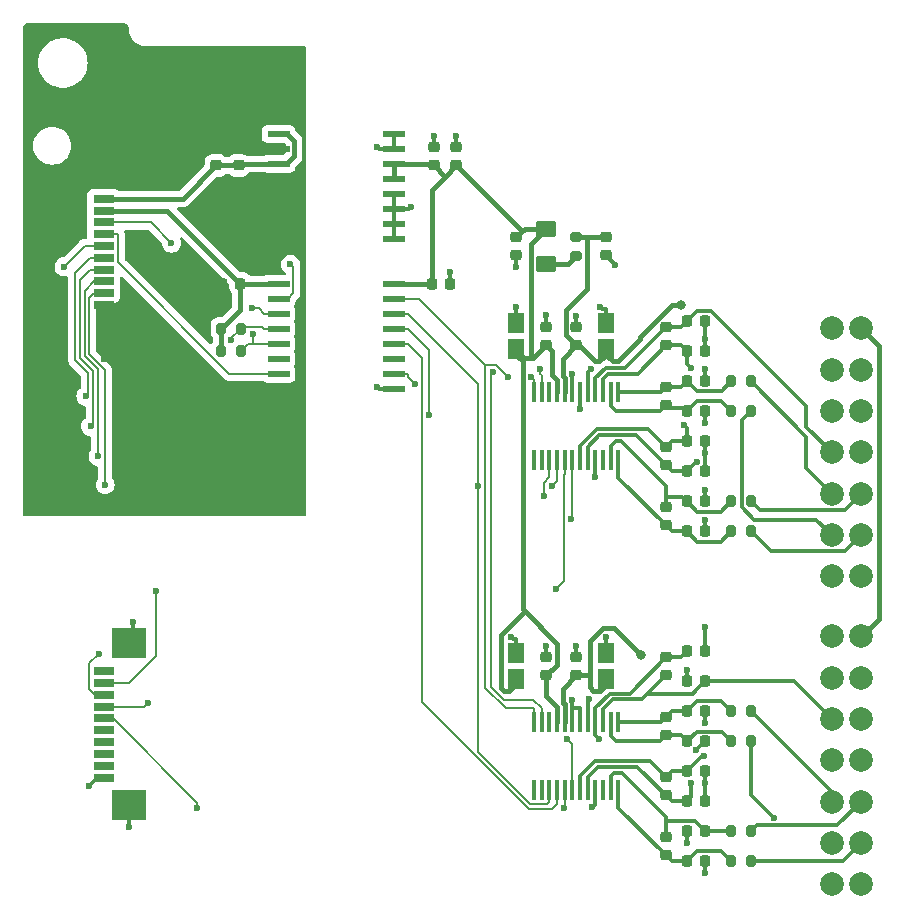
<source format=gbr>
%TF.GenerationSoftware,KiCad,Pcbnew,8.0.7-8.0.7-0~ubuntu24.04.1*%
%TF.CreationDate,2025-01-21T09:02:30+03:00*%
%TF.ProjectId,PM-AI4-W,504d2d41-4934-42d5-972e-6b696361645f,rev?*%
%TF.SameCoordinates,Original*%
%TF.FileFunction,Copper,L1,Top*%
%TF.FilePolarity,Positive*%
%FSLAX46Y46*%
G04 Gerber Fmt 4.6, Leading zero omitted, Abs format (unit mm)*
G04 Created by KiCad (PCBNEW 8.0.7-8.0.7-0~ubuntu24.04.1) date 2025-01-21 09:02:30*
%MOMM*%
%LPD*%
G01*
G04 APERTURE LIST*
G04 Aperture macros list*
%AMRoundRect*
0 Rectangle with rounded corners*
0 $1 Rounding radius*
0 $2 $3 $4 $5 $6 $7 $8 $9 X,Y pos of 4 corners*
0 Add a 4 corners polygon primitive as box body*
4,1,4,$2,$3,$4,$5,$6,$7,$8,$9,$2,$3,0*
0 Add four circle primitives for the rounded corners*
1,1,$1+$1,$2,$3*
1,1,$1+$1,$4,$5*
1,1,$1+$1,$6,$7*
1,1,$1+$1,$8,$9*
0 Add four rect primitives between the rounded corners*
20,1,$1+$1,$2,$3,$4,$5,0*
20,1,$1+$1,$4,$5,$6,$7,0*
20,1,$1+$1,$6,$7,$8,$9,0*
20,1,$1+$1,$8,$9,$2,$3,0*%
G04 Aperture macros list end*
%TA.AperFunction,SMDPad,CuDef*%
%ADD10RoundRect,0.225000X-0.225000X-0.250000X0.225000X-0.250000X0.225000X0.250000X-0.225000X0.250000X0*%
%TD*%
%TA.AperFunction,SMDPad,CuDef*%
%ADD11RoundRect,0.200000X-0.200000X-0.275000X0.200000X-0.275000X0.200000X0.275000X-0.200000X0.275000X0*%
%TD*%
%TA.AperFunction,SMDPad,CuDef*%
%ADD12R,1.397000X1.738275*%
%TD*%
%TA.AperFunction,SMDPad,CuDef*%
%ADD13RoundRect,0.225000X0.250000X-0.225000X0.250000X0.225000X-0.250000X0.225000X-0.250000X-0.225000X0*%
%TD*%
%TA.AperFunction,SMDPad,CuDef*%
%ADD14R,0.355600X1.778000*%
%TD*%
%TA.AperFunction,SMDPad,CuDef*%
%ADD15RoundRect,0.225000X0.225000X0.250000X-0.225000X0.250000X-0.225000X-0.250000X0.225000X-0.250000X0*%
%TD*%
%TA.AperFunction,SMDPad,CuDef*%
%ADD16RoundRect,0.225000X-0.250000X0.225000X-0.250000X-0.225000X0.250000X-0.225000X0.250000X0.225000X0*%
%TD*%
%TA.AperFunction,ComponentPad*%
%ADD17C,2.000000*%
%TD*%
%TA.AperFunction,SMDPad,CuDef*%
%ADD18RoundRect,0.200000X0.275000X-0.200000X0.275000X0.200000X-0.275000X0.200000X-0.275000X-0.200000X0*%
%TD*%
%TA.AperFunction,SMDPad,CuDef*%
%ADD19R,1.803400X0.635000*%
%TD*%
%TA.AperFunction,SMDPad,CuDef*%
%ADD20R,2.997200X2.590800*%
%TD*%
%TA.AperFunction,SMDPad,CuDef*%
%ADD21RoundRect,0.250001X0.624999X-0.462499X0.624999X0.462499X-0.624999X0.462499X-0.624999X-0.462499X0*%
%TD*%
%TA.AperFunction,SMDPad,CuDef*%
%ADD22R,1.854200X0.482600*%
%TD*%
%TA.AperFunction,ViaPad*%
%ADD23C,0.600000*%
%TD*%
%TA.AperFunction,ViaPad*%
%ADD24C,0.800000*%
%TD*%
%TA.AperFunction,Conductor*%
%ADD25C,0.200000*%
%TD*%
%TA.AperFunction,Conductor*%
%ADD26C,0.400000*%
%TD*%
%TA.AperFunction,Conductor*%
%ADD27C,0.300000*%
%TD*%
G04 APERTURE END LIST*
D10*
%TO.P,C33,1*%
%TO.N,/2.SENSE-*%
X6845000Y-3810000D03*
%TO.P,C33,2*%
%TO.N,AGND*%
X8395000Y-3810000D03*
%TD*%
D11*
%TO.P,R4,1*%
%TO.N,/AD_0_AIN1*%
X10605000Y6350000D03*
%TO.P,R4,2*%
%TO.N,/1.SIG-*%
X12255000Y6350000D03*
%TD*%
D12*
%TO.P,C10,1*%
%TO.N,AVDD*%
X0Y-6166663D03*
%TO.P,C10,2*%
%TO.N,AGND*%
X0Y-3993337D03*
%TD*%
D13*
%TO.P,C11,1*%
%TO.N,+5V*%
X-31115000Y37325000D03*
%TO.P,C11,2*%
%TO.N,GND*%
X-31115000Y38875000D03*
%TD*%
D11*
%TO.P,R8,1*%
%TO.N,/AD_1_AIN1*%
X10605000Y-21590000D03*
%TO.P,R8,2*%
%TO.N,/3.SIG-*%
X12255000Y-21590000D03*
%TD*%
D10*
%TO.P,C36,1*%
%TO.N,/3.SENSE-*%
X6845000Y-16510000D03*
%TO.P,C36,2*%
%TO.N,AGND*%
X8395000Y-16510000D03*
%TD*%
D14*
%TO.P,U2,1,MCLK1*%
%TO.N,unconnected-(U2-MCLK1-Pad1)*%
X-6114999Y-15570200D03*
%TO.P,U2,2,MCLK2*%
%TO.N,unconnected-(U2-MCLK2-Pad2)*%
X-5465000Y-15570200D03*
%TO.P,U2,3,SCLK*%
%TO.N,/SCK_ISO*%
X-4815002Y-15570200D03*
%TO.P,U2,4,CS*%
%TO.N,/CS1_ISO*%
X-4165001Y-15570200D03*
%TO.P,U2,5,P3*%
%TO.N,/LED3*%
X-3515002Y-15570200D03*
%TO.P,U2,6,P2*%
%TO.N,/LED2*%
X-2865001Y-15570200D03*
%TO.P,U2,7,P1/REFIN2(+)*%
%TO.N,/3.SENSE+*%
X-2215002Y-15570200D03*
%TO.P,U2,8,P0/REFIN2(-)*%
%TO.N,/3.SENSE-*%
X-1565001Y-15570200D03*
%TO.P,U2,9,NC*%
%TO.N,AGND*%
X-915002Y-15570200D03*
%TO.P,U2,10,AINCOM*%
%TO.N,unconnected-(U2-AINCOM-Pad10)*%
X-265001Y-15570200D03*
%TO.P,U2,11,AIN1*%
%TO.N,/AD_1_AIN0*%
X384998Y-15570200D03*
%TO.P,U2,12,AIN2*%
%TO.N,/AD_1_AIN1*%
X1034999Y-15570200D03*
%TO.P,U2,13,AIN3*%
%TO.N,/AD_1_AIN2*%
X1034999Y-9829800D03*
%TO.P,U2,14,AIN4*%
%TO.N,/AD_1_AIN3*%
X385000Y-9829800D03*
%TO.P,U2,15,REFIN1(+)*%
%TO.N,/2.SENSE+*%
X-265001Y-9829800D03*
%TO.P,U2,16,REFIN1(-)*%
%TO.N,/2.SENSE-*%
X-914999Y-9829800D03*
%TO.P,U2,17,BPDSW*%
%TO.N,/2.EXC-*%
X-1565001Y-9829800D03*
%TO.P,U2,18,AGND*%
%TO.N,AGND*%
X-2214999Y-9829800D03*
%TO.P,U2,19,DGND*%
X-2864998Y-9829800D03*
%TO.P,U2,20,AVDD*%
%TO.N,AVDD*%
X-3514999Y-9829800D03*
%TO.P,U2,21,DVDD*%
%TO.N,+5V_ISO*%
X-4164998Y-9829800D03*
%TO.P,U2,22,SYNC*%
%TO.N,unconnected-(U2-SYNC-Pad22)*%
X-4814999Y-9829800D03*
%TO.P,U2,23,DOUT/RDY*%
%TO.N,/MISO_ISO*%
X-5464998Y-9829800D03*
%TO.P,U2,24,DIN*%
%TO.N,/MOSI_ISO*%
X-6114999Y-9829800D03*
%TD*%
D10*
%TO.P,C15,1*%
%TO.N,/AD_0_AIN3*%
X6845000Y16510000D03*
%TO.P,C15,2*%
%TO.N,AGND*%
X8395000Y16510000D03*
%TD*%
D15*
%TO.P,C13,1*%
%TO.N,AGND*%
X8395000Y19050000D03*
%TO.P,C13,2*%
%TO.N,/AD_0_AIN2*%
X6845000Y19050000D03*
%TD*%
D16*
%TO.P,C40,1*%
%TO.N,AVDD*%
X0Y31255000D03*
%TO.P,C40,2*%
%TO.N,AGND*%
X0Y29705000D03*
%TD*%
D12*
%TO.P,C4,1*%
%TO.N,+5V_ISO*%
X-7620000Y-6166663D03*
%TO.P,C4,2*%
%TO.N,AGND*%
X-7620000Y-3993337D03*
%TD*%
D15*
%TO.P,C34,1*%
%TO.N,AGND*%
X8395000Y-13970000D03*
%TO.P,C34,2*%
%TO.N,/3.SENSE+*%
X6845000Y-13970000D03*
%TD*%
D16*
%TO.P,C29,1*%
%TO.N,/AD_1_AIN0*%
X5080000Y-19545000D03*
%TO.P,C29,2*%
%TO.N,/AD_1_AIN1*%
X5080000Y-21095000D03*
%TD*%
D17*
%TO.P,J4,1,Pin_1*%
%TO.N,AGND*%
X19090000Y2540000D03*
%TO.P,J4,2,Pin_3*%
%TO.N,/0.SIG-*%
X19090000Y6040000D03*
%TO.P,J4,3,3*%
%TO.N,/0.SIG+*%
X19090000Y9540000D03*
%TO.P,J4,4,4*%
%TO.N,/0.SENSE-*%
X19090000Y13040000D03*
%TO.P,J4,5,Pin_9*%
%TO.N,/0.SENSE+*%
X19090000Y16540000D03*
%TO.P,J4,6,Pin_9*%
%TO.N,/0.EXC-*%
X19090000Y20040000D03*
%TO.P,J4,7,Pin_9*%
%TO.N,AVDD*%
X19090000Y23540000D03*
%TO.P,J4,8,Pin_2*%
%TO.N,AGND*%
X21590000Y2540000D03*
%TO.P,J4,9,Pin_4*%
%TO.N,/1.SIG-*%
X21590000Y6040000D03*
%TO.P,J4,10,Pin_6*%
%TO.N,/1.SIG+*%
X21590000Y9540000D03*
%TO.P,J4,11,Pin_8*%
%TO.N,/1.SENSE-*%
X21590000Y13040000D03*
%TO.P,J4,12,Pin_10*%
%TO.N,/1.SENSE+*%
X21590000Y16540000D03*
%TO.P,J4,13,Pin_10*%
%TO.N,/0.EXC-*%
X21590000Y20040000D03*
%TO.P,J4,14,Pin_10*%
%TO.N,AVDD*%
X21590000Y23540000D03*
%TD*%
D16*
%TO.P,C14,1*%
%TO.N,/AD_0_AIN2*%
X5080000Y18555000D03*
%TO.P,C14,2*%
%TO.N,/AD_0_AIN3*%
X5080000Y17005000D03*
%TD*%
D15*
%TO.P,C19,1*%
%TO.N,AGND*%
X8395000Y21590000D03*
%TO.P,C19,2*%
%TO.N,/0.SENSE+*%
X6845000Y21590000D03*
%TD*%
D16*
%TO.P,C17,1*%
%TO.N,/AD_0_AIN0*%
X5080000Y8395000D03*
%TO.P,C17,2*%
%TO.N,/AD_0_AIN1*%
X5080000Y6845000D03*
%TD*%
D13*
%TO.P,C32,1*%
%TO.N,/2.SENSE+*%
X5080000Y-5855000D03*
%TO.P,C32,2*%
%TO.N,/2.SENSE-*%
X5080000Y-4305000D03*
%TD*%
D16*
%TO.P,C23,1*%
%TO.N,/1.SENSE+*%
X5080000Y13475000D03*
%TO.P,C23,2*%
%TO.N,/1.SENSE-*%
X5080000Y11925000D03*
%TD*%
D10*
%TO.P,C21,1*%
%TO.N,/0.SENSE-*%
X6845000Y24130000D03*
%TO.P,C21,2*%
%TO.N,AGND*%
X8395000Y24130000D03*
%TD*%
D18*
%TO.P,R9,1*%
%TO.N,Net-(L1-Pad1)*%
X-2540000Y29655000D03*
%TO.P,R9,2*%
%TO.N,AVDD*%
X-2540000Y31305000D03*
%TD*%
D15*
%TO.P,C25,1*%
%TO.N,AGND*%
X8395000Y-8890000D03*
%TO.P,C25,2*%
%TO.N,/AD_1_AIN2*%
X6845000Y-8890000D03*
%TD*%
D11*
%TO.P,R1,1*%
%TO.N,/AD_0_AIN2*%
X10605000Y19050000D03*
%TO.P,R1,2*%
%TO.N,/0.SIG+*%
X12255000Y19050000D03*
%TD*%
D16*
%TO.P,C35,1*%
%TO.N,/3.SENSE+*%
X5080000Y-14465000D03*
%TO.P,C35,2*%
%TO.N,/3.SENSE-*%
X5080000Y-16015000D03*
%TD*%
D15*
%TO.P,C16,1*%
%TO.N,AGND*%
X8395000Y8890000D03*
%TO.P,C16,2*%
%TO.N,/AD_0_AIN0*%
X6845000Y8890000D03*
%TD*%
D14*
%TO.P,U1,1,MCLK1*%
%TO.N,unconnected-(U1-MCLK1-Pad1)*%
X-6114999Y12369800D03*
%TO.P,U1,2,MCLK2*%
%TO.N,unconnected-(U1-MCLK2-Pad2)*%
X-5465000Y12369800D03*
%TO.P,U1,3,SCLK*%
%TO.N,/SCK_ISO*%
X-4815002Y12369800D03*
%TO.P,U1,4,CS*%
%TO.N,/CS0_ISO*%
X-4165001Y12369800D03*
%TO.P,U1,5,P3*%
%TO.N,/LED1*%
X-3515002Y12369800D03*
%TO.P,U1,6,P2*%
%TO.N,/LED0*%
X-2865001Y12369800D03*
%TO.P,U1,7,P1/REFIN2(+)*%
%TO.N,/1.SENSE+*%
X-2215002Y12369800D03*
%TO.P,U1,8,P0/REFIN2(-)*%
%TO.N,/1.SENSE-*%
X-1565001Y12369800D03*
%TO.P,U1,9,NC*%
%TO.N,AGND*%
X-915002Y12369800D03*
%TO.P,U1,10,AINCOM*%
%TO.N,unconnected-(U1-AINCOM-Pad10)*%
X-265001Y12369800D03*
%TO.P,U1,11,AIN1*%
%TO.N,/AD_0_AIN0*%
X384998Y12369800D03*
%TO.P,U1,12,AIN2*%
%TO.N,/AD_0_AIN1*%
X1034999Y12369800D03*
%TO.P,U1,13,AIN3*%
%TO.N,/AD_0_AIN2*%
X1034999Y18110200D03*
%TO.P,U1,14,AIN4*%
%TO.N,/AD_0_AIN3*%
X385000Y18110200D03*
%TO.P,U1,15,REFIN1(+)*%
%TO.N,/0.SENSE+*%
X-265001Y18110200D03*
%TO.P,U1,16,REFIN1(-)*%
%TO.N,/0.SENSE-*%
X-914999Y18110200D03*
%TO.P,U1,17,BPDSW*%
%TO.N,/0.EXC-*%
X-1565001Y18110200D03*
%TO.P,U1,18,AGND*%
%TO.N,AGND*%
X-2214999Y18110200D03*
%TO.P,U1,19,DGND*%
X-2864998Y18110200D03*
%TO.P,U1,20,AVDD*%
%TO.N,AVDD*%
X-3514999Y18110200D03*
%TO.P,U1,21,DVDD*%
%TO.N,+5V_ISO*%
X-4164998Y18110200D03*
%TO.P,U1,22,SYNC*%
%TO.N,unconnected-(U1-SYNC-Pad22)*%
X-4814999Y18110200D03*
%TO.P,U1,23,DOUT/RDY*%
%TO.N,/MISO_ISO*%
X-5464998Y18110200D03*
%TO.P,U1,24,DIN*%
%TO.N,/MOSI_ISO*%
X-6114999Y18110200D03*
%TD*%
D13*
%TO.P,C2,1*%
%TO.N,+5V_ISO*%
X-5080000Y-5855000D03*
%TO.P,C2,2*%
%TO.N,AGND*%
X-5080000Y-4305000D03*
%TD*%
%TO.P,C1,1*%
%TO.N,+5V_ISO*%
X-5080000Y22085000D03*
%TO.P,C1,2*%
%TO.N,AGND*%
X-5080000Y23635000D03*
%TD*%
D19*
%TO.P,J1,1,Pin_1*%
%TO.N,AGND*%
X-42556000Y-14499991D03*
%TO.P,J1,2,Pin_2*%
%TO.N,unconnected-(J1-Pin_2-Pad2)*%
X-42556000Y-13499993D03*
%TO.P,J1,3,Pin_3*%
%TO.N,unconnected-(J1-Pin_3-Pad3)*%
X-42556000Y-12499995D03*
%TO.P,J1,4,Pin_4*%
%TO.N,unconnected-(J1-Pin_4-Pad4)*%
X-42556000Y-11499997D03*
%TO.P,J1,5,Pin_5*%
%TO.N,unconnected-(J1-Pin_5-Pad5)*%
X-42556000Y-10499999D03*
%TO.P,J1,6,Pin_6*%
%TO.N,/LED3*%
X-42556000Y-9500001D03*
%TO.P,J1,7,Pin_7*%
%TO.N,/LED2*%
X-42556000Y-8500003D03*
%TO.P,J1,8,Pin_8*%
%TO.N,/LED1*%
X-42556000Y-7500005D03*
%TO.P,J1,9,Pin_9*%
%TO.N,/LED0*%
X-42556000Y-6500007D03*
%TO.P,J1,10,Pin_10*%
%TO.N,unconnected-(J1-Pin_10-Pad10)*%
X-42556000Y-5500009D03*
D20*
%TO.P,J1,11,Pin_11*%
%TO.N,AGND*%
X-40385999Y-16850002D03*
X-40385999Y-3149998D03*
%TD*%
D10*
%TO.P,C31,1*%
%TO.N,AGND*%
X6845000Y-6350000D03*
%TO.P,C31,2*%
%TO.N,/2.SENSE+*%
X8395000Y-6350000D03*
%TD*%
D11*
%TO.P,R10,1*%
%TO.N,+3.3V*%
X-32575000Y23495000D03*
%TO.P,R10,2*%
%TO.N,Net-(JP1-B)*%
X-30925000Y23495000D03*
%TD*%
D13*
%TO.P,C38,1*%
%TO.N,+5V_ISO*%
X-14605000Y37325000D03*
%TO.P,C38,2*%
%TO.N,AGND*%
X-14605000Y38875000D03*
%TD*%
D21*
%TO.P,L1,1*%
%TO.N,Net-(L1-Pad1)*%
X-5080000Y28992500D03*
%TO.P,L1,2*%
%TO.N,+5V_ISO*%
X-5080000Y31967500D03*
%TD*%
D17*
%TO.P,J5,1,Pin_1*%
%TO.N,AGND*%
X19090000Y-23540000D03*
%TO.P,J5,2,Pin_3*%
%TO.N,/2.SIG-*%
X19090000Y-20040000D03*
%TO.P,J5,3,3*%
%TO.N,/2.SIG+*%
X19090000Y-16540000D03*
%TO.P,J5,4,4*%
%TO.N,/2.SENSE-*%
X19090000Y-13040000D03*
%TO.P,J5,5,Pin_9*%
%TO.N,/2.SENSE+*%
X19090000Y-9540000D03*
%TO.P,J5,6,Pin_9*%
%TO.N,/2.EXC-*%
X19090000Y-6040000D03*
%TO.P,J5,7,Pin_9*%
%TO.N,AVDD*%
X19090000Y-2540000D03*
%TO.P,J5,8,Pin_2*%
%TO.N,AGND*%
X21590000Y-23540000D03*
%TO.P,J5,9,Pin_4*%
%TO.N,/3.SIG-*%
X21590000Y-20040000D03*
%TO.P,J5,10,Pin_6*%
%TO.N,/3.SIG+*%
X21590000Y-16540000D03*
%TO.P,J5,11,Pin_8*%
%TO.N,/3.SENSE-*%
X21590000Y-13040000D03*
%TO.P,J5,12,Pin_10*%
%TO.N,/3.SENSE+*%
X21590000Y-9540000D03*
%TO.P,J5,13,Pin_10*%
%TO.N,/2.EXC-*%
X21590000Y-6040000D03*
%TO.P,J5,14,Pin_10*%
%TO.N,AVDD*%
X21590000Y-2540000D03*
%TD*%
D13*
%TO.P,C12,1*%
%TO.N,+5V*%
X-33020000Y37325000D03*
%TO.P,C12,2*%
%TO.N,GND*%
X-33020000Y38875000D03*
%TD*%
D11*
%TO.P,R11,1*%
%TO.N,+3.3V*%
X-32575000Y21590000D03*
%TO.P,R11,2*%
%TO.N,Net-(JP5-B)*%
X-30925000Y21590000D03*
%TD*%
D12*
%TO.P,C3,1*%
%TO.N,+5V_ISO*%
X-7620000Y21773337D03*
%TO.P,C3,2*%
%TO.N,AGND*%
X-7620000Y23946663D03*
%TD*%
D10*
%TO.P,C27,1*%
%TO.N,/AD_1_AIN3*%
X6845000Y-11430000D03*
%TO.P,C27,2*%
%TO.N,AGND*%
X8395000Y-11430000D03*
%TD*%
D15*
%TO.P,C22,1*%
%TO.N,AGND*%
X8395000Y13970000D03*
%TO.P,C22,2*%
%TO.N,/1.SENSE+*%
X6845000Y13970000D03*
%TD*%
D13*
%TO.P,C37,1*%
%TO.N,+5V_ISO*%
X-12700000Y37325000D03*
%TO.P,C37,2*%
%TO.N,AGND*%
X-12700000Y38875000D03*
%TD*%
D16*
%TO.P,C26,1*%
%TO.N,/AD_1_AIN2*%
X5080000Y-9385000D03*
%TO.P,C26,2*%
%TO.N,/AD_1_AIN3*%
X5080000Y-10935000D03*
%TD*%
D10*
%TO.P,C28,1*%
%TO.N,AGND*%
X6845000Y-19050000D03*
%TO.P,C28,2*%
%TO.N,/AD_1_AIN0*%
X8395000Y-19050000D03*
%TD*%
D16*
%TO.P,C39,1*%
%TO.N,+5V_ISO*%
X-7620000Y31255000D03*
%TO.P,C39,2*%
%TO.N,AGND*%
X-7620000Y29705000D03*
%TD*%
D19*
%TO.P,J2,1,Pin_1*%
%TO.N,GND*%
X-42556000Y25500009D03*
%TO.P,J2,2,Pin_2*%
%TO.N,/CS3*%
X-42556000Y26500007D03*
%TO.P,J2,3,Pin_3*%
%TO.N,/CS2*%
X-42556000Y27500005D03*
%TO.P,J2,4,Pin_4*%
%TO.N,/CS1*%
X-42556000Y28500003D03*
%TO.P,J2,5,Pin_5*%
%TO.N,/CS0*%
X-42556000Y29500001D03*
%TO.P,J2,6,Pin_6*%
%TO.N,/SCK*%
X-42556000Y30499999D03*
%TO.P,J2,7,Pin_7*%
%TO.N,/MISO*%
X-42556000Y31499997D03*
%TO.P,J2,8,Pin_8*%
%TO.N,/MOSI*%
X-42556000Y32499995D03*
%TO.P,J2,9,Pin_9*%
%TO.N,+3.3V*%
X-42556000Y33499993D03*
%TO.P,J2,10,Pin_10*%
%TO.N,+5V*%
X-42556000Y34499991D03*
D20*
%TO.P,J2,11,Pin_11*%
%TO.N,GND*%
X-40385999Y23149998D03*
X-40385999Y36850002D03*
%TD*%
D13*
%TO.P,C8,1*%
%TO.N,AVDD*%
X-2540000Y-5855000D03*
%TO.P,C8,2*%
%TO.N,AGND*%
X-2540000Y-4305000D03*
%TD*%
D22*
%TO.P,U3,1,VDDA*%
%TO.N,+3.3V*%
X-27736800Y27305000D03*
%TO.P,U3,2,VI1*%
%TO.N,/MOSI*%
X-27736800Y26035000D03*
%TO.P,U3,3,VI2*%
%TO.N,/SCK*%
X-27736800Y24765000D03*
%TO.P,U3,4,VI3*%
%TO.N,Net-(JP1-B)*%
X-27736800Y23495000D03*
%TO.P,U3,5,VI4*%
%TO.N,Net-(JP5-B)*%
X-27736800Y22225000D03*
%TO.P,U3,6,VI5*%
%TO.N,unconnected-(U3-VI5-Pad6)*%
X-27736800Y20955000D03*
%TO.P,U3,7,VO6*%
%TO.N,/MISO*%
X-27736800Y19685000D03*
%TO.P,U3,8,GNDA*%
%TO.N,GND*%
X-27736800Y18415000D03*
%TO.P,U3,9,GNDB*%
%TO.N,AGND*%
X-17983200Y18415000D03*
%TO.P,U3,10,VI6*%
%TO.N,/MISO_ISO*%
X-17983200Y19685000D03*
%TO.P,U3,11,V05*%
%TO.N,unconnected-(U3-V05-Pad11)*%
X-17983200Y20955000D03*
%TO.P,U3,12,V04*%
%TO.N,/CS1_ISO*%
X-17983200Y22225000D03*
%TO.P,U3,13,VO3*%
%TO.N,/CS0_ISO*%
X-17983200Y23495000D03*
%TO.P,U3,14,VO2*%
%TO.N,/SCK_ISO*%
X-17983200Y24765000D03*
%TO.P,U3,15,VO1*%
%TO.N,/MOSI_ISO*%
X-17983200Y26035000D03*
%TO.P,U3,16,VDDB*%
%TO.N,+5V_ISO*%
X-17983200Y27305000D03*
%TD*%
D10*
%TO.P,C24,1*%
%TO.N,/1.SENSE-*%
X6845000Y11430000D03*
%TO.P,C24,2*%
%TO.N,AGND*%
X8395000Y11430000D03*
%TD*%
D13*
%TO.P,C7,1*%
%TO.N,AVDD*%
X-2540000Y22085000D03*
%TO.P,C7,2*%
%TO.N,AGND*%
X-2540000Y23635000D03*
%TD*%
D11*
%TO.P,R6,1*%
%TO.N,/AD_1_AIN3*%
X10605000Y-11430000D03*
%TO.P,R6,2*%
%TO.N,/2.SIG-*%
X12255000Y-11430000D03*
%TD*%
D13*
%TO.P,C20,1*%
%TO.N,/0.SENSE+*%
X5080000Y22085000D03*
%TO.P,C20,2*%
%TO.N,/0.SENSE-*%
X5080000Y23635000D03*
%TD*%
D10*
%TO.P,C30,1*%
%TO.N,/AD_1_AIN1*%
X6845000Y-21590000D03*
%TO.P,C30,2*%
%TO.N,AGND*%
X8395000Y-21590000D03*
%TD*%
D11*
%TO.P,R2,1*%
%TO.N,/AD_0_AIN3*%
X10605000Y16510000D03*
%TO.P,R2,2*%
%TO.N,/0.SIG-*%
X12255000Y16510000D03*
%TD*%
D10*
%TO.P,C18,1*%
%TO.N,/AD_0_AIN1*%
X6845000Y6350000D03*
%TO.P,C18,2*%
%TO.N,AGND*%
X8395000Y6350000D03*
%TD*%
D11*
%TO.P,R5,1*%
%TO.N,/AD_1_AIN2*%
X10605000Y-8890000D03*
%TO.P,R5,2*%
%TO.N,/2.SIG+*%
X12255000Y-8890000D03*
%TD*%
D12*
%TO.P,C9,1*%
%TO.N,AVDD*%
X0Y21773337D03*
%TO.P,C9,2*%
%TO.N,AGND*%
X0Y23946663D03*
%TD*%
D10*
%TO.P,C6,1*%
%TO.N,+5V_ISO*%
X-14745000Y27305000D03*
%TO.P,C6,2*%
%TO.N,AGND*%
X-13195000Y27305000D03*
%TD*%
D22*
%TO.P,U4,1,EN*%
%TO.N,+5V*%
X-27736800Y40005000D03*
%TO.P,U4,2,GNDP*%
%TO.N,GND*%
X-27736800Y38735000D03*
%TO.P,U4,3,VINP*%
%TO.N,+5V*%
X-27736800Y37465000D03*
%TO.P,U4,4,NC*%
%TO.N,GND*%
X-27736800Y36195000D03*
%TO.P,U4,5,NC*%
X-27736800Y34925000D03*
%TO.P,U4,6,NC*%
X-27736800Y33655000D03*
%TO.P,U4,7,NC*%
X-27736800Y32385000D03*
%TO.P,U4,8,NC*%
X-27736800Y31115000D03*
%TO.P,U4,9,GNDS*%
%TO.N,AGND*%
X-17983200Y31115000D03*
%TO.P,U4,10,NC*%
X-17983200Y32385000D03*
%TO.P,U4,11,NC*%
X-17983200Y33655000D03*
%TO.P,U4,12,NC*%
X-17983200Y34925000D03*
%TO.P,U4,13,SEL*%
%TO.N,+5V_ISO*%
X-17983200Y36195000D03*
%TO.P,U4,14,VISO*%
X-17983200Y37465000D03*
%TO.P,U4,15,GNDS*%
%TO.N,AGND*%
X-17983200Y38735000D03*
%TO.P,U4,16,GNDS*%
X-17983200Y40005000D03*
%TD*%
D15*
%TO.P,C5,1*%
%TO.N,+3.3V*%
X-30975000Y27305000D03*
%TO.P,C5,2*%
%TO.N,GND*%
X-32525000Y27305000D03*
%TD*%
D11*
%TO.P,R3,1*%
%TO.N,/AD_0_AIN0*%
X10605000Y8890000D03*
%TO.P,R3,2*%
%TO.N,/1.SIG+*%
X12255000Y8890000D03*
%TD*%
%TO.P,R7,1*%
%TO.N,/AD_1_AIN0*%
X10605000Y-19050000D03*
%TO.P,R7,2*%
%TO.N,/3.SIG+*%
X12255000Y-19050000D03*
%TD*%
D23*
%TO.N,/MOSI*%
X-36806700Y30742800D03*
X-26726600Y28942900D03*
%TO.N,GND*%
X-42545000Y20955000D03*
X-38100000Y38100000D03*
X-42545000Y38100000D03*
X-42545000Y36195000D03*
X-38100000Y36195000D03*
X-40005000Y20955000D03*
X-34290000Y26035000D03*
X-42545000Y22225000D03*
X-40640000Y25400000D03*
X-32385000Y26035000D03*
X-41275000Y20955000D03*
X-34290000Y27305000D03*
X-42545000Y24130000D03*
%TO.N,/SCK_ISO*%
X-10825200Y10218200D03*
X-5277800Y9338800D03*
%TO.N,AGND*%
X-40025400Y-1323000D03*
X-534700Y25331700D03*
X-915000Y10975400D03*
X7622300Y-12202700D03*
X-5080000Y-3333700D03*
X8395000Y7346400D03*
X-2540000Y24602700D03*
X-5080000Y24644500D03*
X6845000Y-5359600D03*
X-8018600Y-2607800D03*
X-14605000Y39839100D03*
X-19420400Y18573400D03*
X8395000Y-9886700D03*
X8395000Y22612800D03*
X-2540000Y-3329000D03*
X-2865000Y19705500D03*
X-19427600Y38900600D03*
X8395000Y20057400D03*
X8395000Y-14948400D03*
X8395000Y-1786300D03*
X782800Y28922200D03*
X6845000Y-20056900D03*
X-7620000Y25364800D03*
X-7620000Y28747300D03*
X-43809400Y-15176500D03*
X-2865000Y-7956500D03*
X8395000Y-22592500D03*
X-2215000Y16672700D03*
X-13195000Y28298000D03*
X8395000Y12961100D03*
X-16535200Y33824200D03*
X8395000Y15505700D03*
X8395000Y9887500D03*
X-12700000Y39849800D03*
X-100Y-2580600D03*
X-40386000Y-18657500D03*
X-1193400Y-16992500D03*
D24*
%TO.N,AVDD*%
X6354600Y25481400D03*
X2922100Y-4107000D03*
D23*
%TO.N,/MOSI_ISO*%
X-8290500Y19395500D03*
X-6371500Y19431000D03*
%TO.N,/MISO_ISO*%
X-9606400Y19794700D03*
X-16151800Y18827300D03*
X-5588000Y20065600D03*
%TO.N,/SCK*%
X-30017000Y25221000D03*
X-45895800Y28748500D03*
%TO.N,/CS2*%
X-43018000Y12700000D03*
%TO.N,/CS3*%
X-42418000Y10287000D03*
%TO.N,/0.SENSE+*%
X7196000Y20172700D03*
%TO.N,/0.EXC-*%
X-1311500Y20088100D03*
%TO.N,/1.SENSE+*%
X6602100Y15370300D03*
%TO.N,/1.SENSE-*%
X7668800Y12218000D03*
%TO.N,/2.EXC-*%
X-1439600Y-7890300D03*
%TO.N,/2.SIG-*%
X14175500Y-17893400D03*
%TO.N,/2.SENSE-*%
X-576100Y-11241600D03*
%TO.N,/3.SENSE+*%
X8278000Y-12700000D03*
%TO.N,/3.SENSE-*%
X7196000Y-14964100D03*
%TO.N,/CS0_ISO*%
X-14981100Y16177000D03*
X-4584500Y10153500D03*
%TO.N,/CS0*%
X-44053000Y17780000D03*
%TO.N,/CS1*%
X-43653000Y15240000D03*
%TO.N,/LED1*%
X-4258800Y1469800D03*
X-42979300Y-4061600D03*
%TO.N,/LED2*%
X-38804600Y-8172000D03*
X-3289600Y-11241600D03*
%TO.N,/LED3*%
X-3574800Y-17054200D03*
X-34602100Y-17053000D03*
%TO.N,/LED0*%
X-3003500Y7353400D03*
X-38153300Y1270200D03*
%TO.N,Net-(JP1-B)*%
X-31722600Y22515100D03*
%TO.N,Net-(JP5-B)*%
X-29935700Y23063300D03*
%TD*%
D25*
%TO.N,/SCK_ISO*%
X-4815000Y-15570200D02*
X-4815000Y-16587000D01*
X-4815000Y-16587000D02*
X-4987200Y-16759200D01*
X-4987200Y-16759200D02*
X-5500000Y-16759200D01*
X-5500000Y-16759200D02*
X-5500000Y-16760900D01*
X-5500000Y-16760900D02*
X-6427500Y-16760900D01*
X-6427500Y-16760900D02*
X-10825200Y-12363200D01*
X-10825200Y-12363200D02*
X-10825200Y10218200D01*
D26*
%TO.N,+5V_ISO*%
X-4165000Y18110200D02*
X-4165000Y19162500D01*
X-4165000Y19162500D02*
X-4600000Y19597500D01*
X-4600000Y19597500D02*
X-4600000Y21605000D01*
X-4600000Y21605000D02*
X-5080000Y22085000D01*
X-6156000Y21009000D02*
X-6322600Y21175600D01*
X-6322600Y21175600D02*
X-6322600Y25182400D01*
X-6322600Y25182400D02*
X-6376000Y25235800D01*
X-6376000Y30671500D02*
X-5080000Y31967500D01*
X-6376000Y25235800D02*
X-6376000Y30671500D01*
X-7620000Y21773337D02*
X-7620000Y21675456D01*
X-7620000Y21675456D02*
X-6953544Y21009000D01*
X-6953544Y21009000D02*
X-6156000Y21009000D01*
X-6156000Y21009000D02*
X-5080000Y22085000D01*
D27*
%TO.N,AGND*%
X-40025400Y-1323000D02*
X-40025400Y-2789399D01*
X-40025400Y-2789399D02*
X-40385999Y-3149998D01*
D25*
%TO.N,/LED1*%
X-42556000Y-7500000D02*
X-42556005Y-7500005D01*
X-42556005Y-7500005D02*
X-43259395Y-7500005D01*
X-43259395Y-7500005D02*
X-43759400Y-7000000D01*
X-43759400Y-7000000D02*
X-43759400Y-4841700D01*
X-43759400Y-4841700D02*
X-42979300Y-4061600D01*
D27*
%TO.N,AGND*%
X-43809400Y-15176500D02*
X-43132891Y-14499991D01*
X-43132891Y-14499991D02*
X-42556000Y-14499991D01*
X-42556000Y-14499991D02*
X-42556000Y-14500000D01*
D25*
%TO.N,/LED3*%
X-42556000Y-9500000D02*
X-41736799Y-9500000D01*
X-41736799Y-9500000D02*
X-34602100Y-16634699D01*
X-34602100Y-16634699D02*
X-34602100Y-17053000D01*
D27*
%TO.N,AGND*%
X-17983200Y33655000D02*
X-16704400Y33655000D01*
X-16704400Y33655000D02*
X-16535200Y33824200D01*
X-17983200Y34925000D02*
X-17983200Y31115000D01*
D25*
%TO.N,/MOSI*%
X-27736800Y26035000D02*
X-26965000Y26035000D01*
X-26509700Y26490300D02*
X-26509700Y28726000D01*
X-26509700Y28726000D02*
X-26726600Y28942900D01*
X-26965000Y26035000D02*
X-26509700Y26490300D01*
D26*
%TO.N,+5V_ISO*%
X-17983200Y37465000D02*
X-14745000Y37465000D01*
X-14745000Y37465000D02*
X-14605000Y37325000D01*
X-17983200Y37325000D02*
X-17983200Y36195000D01*
D27*
%TO.N,AGND*%
X-17983200Y38735000D02*
X-17983200Y40005000D01*
D26*
%TO.N,+5V*%
X-27736800Y40005000D02*
X-27038400Y40005000D01*
X-27038400Y40005000D02*
X-26409700Y39376300D01*
X-26409700Y39376300D02*
X-26409700Y38140300D01*
X-26409700Y38140300D02*
X-27085000Y37465000D01*
X-27085000Y37465000D02*
X-27736800Y37465000D01*
%TO.N,+5V_ISO*%
X-17983200Y27305000D02*
X-14745000Y27305000D01*
X-7071500Y20765600D02*
X-7620000Y21314100D01*
X-6909100Y-433500D02*
X-8900700Y-2425100D01*
X-7620000Y-6568300D02*
X-7620000Y-6166700D01*
X-7620000Y21314100D02*
X-7620000Y21773300D01*
X-14605000Y37325000D02*
X-13652500Y36372500D01*
X-4165000Y-8499500D02*
X-5080000Y-7584500D01*
X-7071500Y-271100D02*
X-6909100Y-433500D01*
X-4165000Y-9829800D02*
X-4165000Y-8499500D01*
X-14745000Y35280000D02*
X-14745000Y27305000D01*
X-8900700Y-6912800D02*
X-8655200Y-7158300D01*
X-6909100Y-433500D02*
X-4173200Y-3169400D01*
X-7071500Y20765600D02*
X-7071500Y-271100D01*
X-8655200Y-7158300D02*
X-8210000Y-7158300D01*
X-7125000Y31750000D02*
X-12700000Y37325000D01*
X-12700000Y37325000D02*
X-13652500Y36372500D01*
X-8900700Y-2425100D02*
X-8900700Y-6912800D01*
X-4173200Y-4948200D02*
X-5080000Y-5855000D01*
X-13652500Y36372500D02*
X-14745000Y35280000D01*
X-7620000Y31255000D02*
X-7125000Y31750000D01*
X-7125000Y31750000D02*
X-6907500Y31967500D01*
X-6907500Y31967500D02*
X-5080000Y31967500D01*
X-4173200Y-3169400D02*
X-4173200Y-4948200D01*
X-5080000Y-7584500D02*
X-5080000Y-5855000D01*
X-8210000Y-7158300D02*
X-7620000Y-6568300D01*
D25*
%TO.N,/MOSI*%
X-38563900Y32500000D02*
X-42556000Y32500000D01*
X-36806700Y30742800D02*
X-38563900Y32500000D01*
%TO.N,/MISO*%
X-42556000Y31500000D02*
X-41352600Y31500000D01*
X-41352600Y29139300D02*
X-41352600Y31500000D01*
X-27736800Y19685000D02*
X-31898300Y19685000D01*
X-31898300Y19685000D02*
X-41352600Y29139300D01*
%TO.N,/SCK_ISO*%
X-17983200Y24765000D02*
X-16754400Y24765000D01*
X-10825200Y10218200D02*
X-10825200Y18835800D01*
X-10825200Y18835800D02*
X-16754400Y24765000D01*
X-5277700Y10463000D02*
X-5277700Y9338800D01*
X-5277700Y9338800D02*
X-5277800Y9338800D01*
X-4815000Y10925700D02*
X-5277700Y10463000D01*
X-4815000Y12369800D02*
X-4815000Y10925700D01*
D27*
%TO.N,AGND*%
X8395000Y-21590000D02*
X8395000Y-22592500D01*
X6845000Y-19050000D02*
X6845000Y-20056900D01*
X-2865000Y-9829800D02*
X-2865000Y-8589100D01*
X782800Y28922200D02*
X0Y29705000D01*
X6845000Y-5359600D02*
X6845000Y-6350000D01*
X7622300Y-12202700D02*
X8395000Y-11430000D01*
X8395000Y12961100D02*
X8395000Y13970000D01*
X8395000Y-14948400D02*
X8395000Y-16510000D01*
X8395000Y19050000D02*
X8395000Y20057400D01*
X-40386000Y-16850000D02*
X-40386000Y-18657500D01*
X8395000Y8890000D02*
X8395000Y9887500D01*
X-5080000Y-3333700D02*
X-5080000Y-4305000D01*
X-1011800Y-16810900D02*
X-915000Y-16810900D01*
X8395000Y16510000D02*
X8395000Y15505700D01*
X0Y23946700D02*
X0Y25167500D01*
X-7853900Y-2772500D02*
X-7620000Y-2772500D01*
X8395000Y-8890000D02*
X8395000Y-9886700D01*
X-7620000Y-3993300D02*
X-7620000Y-2772500D01*
X-2540000Y23635000D02*
X-2540000Y24602700D01*
X-2865000Y19705500D02*
X-2865000Y18110200D01*
X-100Y-2772500D02*
X0Y-2772500D01*
X-13195000Y28298000D02*
X-13195000Y27305000D01*
X8395000Y6350000D02*
X8395000Y7346400D01*
X-12700000Y39849800D02*
X-12700000Y38875000D01*
X-2540000Y-3329000D02*
X-2540000Y-4305000D01*
X-915000Y10975400D02*
X-915000Y12369800D01*
X8395000Y12961100D02*
X8395000Y11430000D01*
X-2215000Y16672700D02*
X-2215000Y18110200D01*
X-8018600Y-2607800D02*
X-7853900Y-2772500D01*
X-370500Y25167500D02*
X0Y25167500D01*
X-2215000Y-9829800D02*
X-2215000Y-8589100D01*
X-7620000Y25364800D02*
X-7620000Y23946700D01*
X-17983200Y18415000D02*
X-19262000Y18415000D01*
X8395000Y-1786300D02*
X8395000Y-3810000D01*
X-14605000Y39839100D02*
X-14605000Y38875000D01*
X-19262000Y18415000D02*
X-19420400Y18573400D01*
X-2215000Y-8589100D02*
X-2865000Y-8589100D01*
X-5080000Y24644500D02*
X-5080000Y23635000D01*
X-19427600Y38900600D02*
X-19262000Y38735000D01*
X8395000Y21590000D02*
X8395000Y22612800D01*
X-100Y-2580600D02*
X-100Y-2772500D01*
X-1193400Y-16992500D02*
X-1011800Y-16810900D01*
X0Y-3993300D02*
X0Y-2772500D01*
X-7620000Y28747300D02*
X-7620000Y29705000D01*
X-17983200Y38735000D02*
X-19262000Y38735000D01*
X-534700Y25331700D02*
X-370500Y25167500D01*
X-2865000Y-7956500D02*
X-2865000Y-8589100D01*
X8395000Y-14948400D02*
X8395000Y-13970000D01*
X8395000Y22612800D02*
X8395000Y24130000D01*
X-915000Y-15570200D02*
X-915000Y-16810900D01*
D26*
%TO.N,AVDD*%
X-1647000Y26865400D02*
X-3425300Y25087100D01*
X-1647000Y31255000D02*
X0Y31255000D01*
X23060600Y22069400D02*
X23060600Y-1069400D01*
X-3425300Y25087100D02*
X-3425300Y22970300D01*
X23060600Y-1069400D02*
X21590000Y-2540000D01*
X-560000Y-7143900D02*
X-1078300Y-7143900D01*
X-1647000Y31255000D02*
X-1647000Y26865400D01*
X-3515000Y-8298700D02*
X-3515000Y-9829800D01*
X0Y-6166700D02*
X0Y-6583900D01*
X-1078300Y-7143900D02*
X-1396800Y-6825400D01*
X-1396800Y-5855000D02*
X-1396800Y-2961200D01*
X640200Y-1825100D02*
X2922100Y-4107000D01*
X-3655200Y20969800D02*
X-3655200Y19503500D01*
X-581000Y20736700D02*
X0Y21317700D01*
X-2540000Y-5855000D02*
X-1396800Y-5855000D01*
X-2540000Y22085000D02*
X-3655200Y20969800D01*
X5543400Y25481400D02*
X6354600Y25481400D01*
X-3655200Y-8158500D02*
X-3515000Y-8298700D01*
X-260700Y-1825100D02*
X640200Y-1825100D01*
X-1697000Y31305000D02*
X-1647000Y31255000D01*
X545700Y20772000D02*
X982400Y20772000D01*
X0Y21317700D02*
X0Y21773300D01*
X-1396800Y-2961200D02*
X-260700Y-1825100D01*
X-2540000Y-5855000D02*
X-3655200Y-6970200D01*
X2843500Y22781500D02*
X5543400Y25481400D01*
X-3425300Y22970300D02*
X-2540000Y22085000D01*
X2843500Y22633100D02*
X2843500Y22781500D01*
X21590000Y23540000D02*
X23060600Y22069400D01*
X0Y21317700D02*
X545700Y20772000D01*
X-3655200Y-6970200D02*
X-3655200Y-8158500D01*
X-2540000Y31305000D02*
X-1697000Y31305000D01*
X-2315800Y22085000D02*
X-967500Y20736700D01*
X0Y-6583900D02*
X-560000Y-7143900D01*
X-2540000Y22085000D02*
X-2315800Y22085000D01*
X982400Y20772000D02*
X2843500Y22633100D01*
X-1396800Y-6825400D02*
X-1396800Y-5855000D01*
X-967500Y20736700D02*
X-581000Y20736700D01*
X-3515000Y19363300D02*
X-3515000Y18110200D01*
X-3655200Y19503500D02*
X-3515000Y19363300D01*
%TO.N,+5V*%
X-30975000Y37465000D02*
X-31115000Y37325000D01*
X-27736800Y37465000D02*
X-30975000Y37465000D01*
X-35845000Y34500000D02*
X-33020000Y37325000D01*
X-42556000Y34500000D02*
X-35845000Y34500000D01*
X-33020000Y37325000D02*
X-31115000Y37325000D01*
D25*
%TO.N,/MOSI_ISO*%
X-15862600Y26035000D02*
X-16754400Y26035000D01*
X-10222300Y-6912200D02*
X-10222300Y20394700D01*
X-6115000Y19174500D02*
X-6115000Y18110200D01*
X-17983200Y26035000D02*
X-16754400Y26035000D01*
X-8290500Y19395500D02*
X-9347650Y20452650D01*
X-6115000Y-8639100D02*
X-8495400Y-8639100D01*
X-6115000Y-9829800D02*
X-6115000Y-8639100D01*
X-10222300Y20394700D02*
X-15862600Y26035000D01*
X-8495400Y-8639100D02*
X-10222300Y-6912200D01*
X-9347650Y20452650D02*
X-10164350Y20452650D01*
X-6371500Y19431000D02*
X-6115000Y19174500D01*
X-10164350Y20452650D02*
X-10222300Y20394700D01*
%TO.N,/MISO_ISO*%
X-5588000Y19685000D02*
X-5464998Y19561998D01*
X-17983200Y19685000D02*
X-16754400Y19685000D01*
X-9750300Y19650800D02*
X-9606400Y19794700D01*
X-5465000Y-8639100D02*
X-6167500Y-7936600D01*
X-16754400Y19429900D02*
X-16151800Y18827300D01*
X-16754400Y19685000D02*
X-16754400Y19429900D01*
X-5464998Y19561998D02*
X-5464998Y18110200D01*
X-5588000Y20065600D02*
X-5588000Y19685000D01*
X-6167500Y-7936600D02*
X-8629900Y-7936600D01*
X-9750300Y-6816200D02*
X-9750300Y19650800D01*
X-8629900Y-7936600D02*
X-9750300Y-6816200D01*
X-5465000Y-9829800D02*
X-5465000Y-8639100D01*
%TO.N,/SCK*%
X-30017000Y25221000D02*
X-29421600Y25221000D01*
X-42556000Y30500000D02*
X-44144300Y30500000D01*
X-44144300Y30500000D02*
X-45895800Y28748500D01*
X-29421600Y25221000D02*
X-28965600Y24765000D01*
X-27736800Y24765000D02*
X-28965600Y24765000D01*
%TO.N,/CS2*%
X-43018000Y12700000D02*
X-43053000Y12735000D01*
X-43053000Y20048785D02*
X-44157700Y21153485D01*
X-44157700Y21153485D02*
X-44157700Y26717507D01*
X-43053000Y12735000D02*
X-43053000Y20048785D01*
X-44157700Y26717507D02*
X-43375202Y27500005D01*
X-43375202Y27500005D02*
X-42556000Y27500005D01*
%TO.N,/CS3*%
X-43757700Y26117509D02*
X-43757700Y21319171D01*
X-43375202Y26500007D02*
X-43757700Y26117509D01*
X-43757700Y21319171D02*
X-42418000Y19979471D01*
X-42418000Y19979471D02*
X-42418000Y10287000D01*
X-42556000Y26500007D02*
X-43375202Y26500007D01*
D26*
%TO.N,+3.3V*%
X-42556000Y33500000D02*
X-37170000Y33500000D01*
X-37170000Y33500000D02*
X-30975000Y27305000D01*
X-27736800Y27305000D02*
X-30975000Y27305000D01*
X-30975000Y25095000D02*
X-30975000Y27305000D01*
X-32575000Y23495000D02*
X-32575000Y21590000D01*
X-32575000Y23495000D02*
X-30975000Y25095000D01*
%TO.N,Net-(L1-Pad1)*%
X-3202500Y28992500D02*
X-2540000Y29655000D01*
X-5080000Y28992500D02*
X-3202500Y28992500D01*
D27*
%TO.N,/0.SENSE+*%
X7196000Y20172700D02*
X6845000Y20523700D01*
X193000Y19685000D02*
X2680000Y19685000D01*
X2680000Y19685000D02*
X5080000Y22085000D01*
X-265001Y18110200D02*
X-265001Y19226999D01*
X-265001Y19226999D02*
X193000Y19685000D01*
X6350000Y22085000D02*
X6845000Y21590000D01*
X5080000Y22085000D02*
X6350000Y22085000D01*
X6845000Y20523700D02*
X6845000Y21590000D01*
%TO.N,/0.SENSE-*%
X8894900Y24975900D02*
X16940200Y16930600D01*
X7690900Y24975900D02*
X8894900Y24975900D01*
X-914999Y19299200D02*
X-29199Y20185000D01*
X16940200Y16930600D02*
X16940200Y15189800D01*
X5080000Y23635000D02*
X6350000Y23635000D01*
X1630000Y20185000D02*
X5080000Y23635000D01*
X6350000Y23635000D02*
X6845000Y24130000D01*
X6845000Y24130000D02*
X7690900Y24975900D01*
X-914999Y18110200D02*
X-914999Y19299200D01*
X-29199Y20185000D02*
X1630000Y20185000D01*
X16940200Y15189800D02*
X19090000Y13040000D01*
%TO.N,/0.SIG+*%
X16940200Y14364800D02*
X16940200Y11689800D01*
X12255000Y19050000D02*
X16940200Y14364800D01*
X16940200Y11689800D02*
X19090000Y9540000D01*
%TO.N,/0.SIG-*%
X11481600Y8377600D02*
X12523500Y7335700D01*
X12255000Y16510000D02*
X11481600Y15736600D01*
X11481600Y15736600D02*
X11481600Y8377600D01*
X12523500Y7335700D02*
X17794300Y7335700D01*
X17794300Y7335700D02*
X19090000Y6040000D01*
%TO.N,/AD_0_AIN2*%
X9770200Y18215200D02*
X10605000Y19050000D01*
X4635200Y18110200D02*
X5080000Y18555000D01*
X1034999Y18110200D02*
X4635200Y18110200D01*
X6845000Y19050000D02*
X7679800Y18215200D01*
X5080000Y18555000D02*
X6350000Y18555000D01*
X6350000Y18555000D02*
X6845000Y19050000D01*
X7679800Y18215200D02*
X9770200Y18215200D01*
%TO.N,/AD_0_AIN3*%
X6845000Y16510000D02*
X7683500Y17348500D01*
X796200Y16510000D02*
X4585000Y16510000D01*
X4585000Y16510000D02*
X5080000Y17005000D01*
X7683500Y17348500D02*
X9766500Y17348500D01*
X385000Y16921200D02*
X796200Y16510000D01*
X4832500Y16757500D02*
X6597500Y16757500D01*
X9766500Y17348500D02*
X10605000Y16510000D01*
X6597500Y16757500D02*
X6845000Y16510000D01*
X385000Y18110200D02*
X385000Y16921200D01*
%TO.N,/0.EXC-*%
X-1565000Y19834600D02*
X-1311500Y20088100D01*
X-1565000Y18110200D02*
X-1565000Y19834600D01*
%TO.N,/AD_0_AIN1*%
X9730800Y5475800D02*
X7719200Y5475800D01*
X6845000Y6350000D02*
X5575000Y6350000D01*
X10605000Y6350000D02*
X9730800Y5475800D01*
X5575000Y6350000D02*
X5080000Y6845000D01*
X1034999Y12369800D02*
X1034999Y10890001D01*
X7719200Y5475800D02*
X6845000Y6350000D01*
X1034999Y10890001D02*
X5080000Y6845000D01*
%TO.N,/AD_0_AIN0*%
X1270000Y13970000D02*
X5080000Y10160000D01*
X7718100Y8016900D02*
X9731900Y8016900D01*
X6457500Y9277500D02*
X6845000Y8890000D01*
X5080000Y10160000D02*
X5080000Y8395000D01*
X384998Y12369800D02*
X384998Y13558800D01*
X6845000Y8890000D02*
X7718100Y8016900D01*
X796198Y13970000D02*
X1270000Y13970000D01*
X9731900Y8016900D02*
X10605000Y8890000D01*
X5080000Y9277500D02*
X6457500Y9277500D01*
X384998Y13558800D02*
X796198Y13970000D01*
%TO.N,/1.SIG-*%
X12255000Y6350000D02*
X13955700Y4649300D01*
X13955700Y4649300D02*
X20199300Y4649300D01*
X20199300Y4649300D02*
X21590000Y6040000D01*
%TO.N,/1.SENSE+*%
X3585000Y14970000D02*
X5080000Y13475000D01*
X-2215002Y12369800D02*
X-2215002Y13558800D01*
X6602100Y15370300D02*
X6845000Y15127400D01*
X-803802Y14970000D02*
X3585000Y14970000D01*
X5575000Y13970000D02*
X5080000Y13475000D01*
X-2215002Y13558800D02*
X-803802Y14970000D01*
X6845000Y15127400D02*
X6845000Y13970000D01*
X6845000Y13970000D02*
X5575000Y13970000D01*
%TO.N,/1.SENSE-*%
X-581602Y14470000D02*
X2535000Y14470000D01*
X6845000Y11430000D02*
X5575000Y11430000D01*
X-1565001Y13486601D02*
X-581602Y14470000D01*
X2535000Y14470000D02*
X5080000Y11925000D01*
X-1565001Y12369800D02*
X-1565001Y13486601D01*
X5575000Y11430000D02*
X5080000Y11925000D01*
X6845000Y11430000D02*
X7633000Y12218000D01*
X7633000Y12218000D02*
X7668800Y12218000D01*
%TO.N,/1.SIG+*%
X12255000Y8890000D02*
X13011200Y8133800D01*
X13011200Y8133800D02*
X20183800Y8133800D01*
X20183800Y8133800D02*
X21590000Y9540000D01*
%TO.N,/2.EXC-*%
X-1439600Y-7890300D02*
X-1565000Y-8015700D01*
X-1565000Y-8015700D02*
X-1565000Y-9829800D01*
%TO.N,/2.SIG-*%
X12255000Y-11430000D02*
X12255000Y-15972900D01*
X12255000Y-15972900D02*
X14175500Y-17893400D01*
%TO.N,/2.SENSE+*%
X562200Y-7885800D02*
X3049200Y-7885800D01*
X3529300Y-7406000D02*
X3529200Y-7405900D01*
X3049200Y-7885800D02*
X5080000Y-5855000D01*
X-265001Y-8713001D02*
X562200Y-7885800D01*
X-265001Y-9829800D02*
X-265001Y-8713001D01*
X7624700Y-7118300D02*
X7337000Y-7406000D01*
X8395000Y-6350000D02*
X7626700Y-7118300D01*
X8395000Y-6350000D02*
X15900000Y-6350000D01*
X15900000Y-6350000D02*
X19090000Y-9540000D01*
X7337000Y-7406000D02*
X3529300Y-7406000D01*
X7626700Y-7118300D02*
X7624700Y-7118300D01*
%TO.N,/2.SIG+*%
X12255000Y-8890000D02*
X19090000Y-15725000D01*
X19090000Y-15725000D02*
X19090000Y-16540000D01*
%TO.N,/2.SENSE-*%
X-914999Y-8640800D02*
X340001Y-7385800D01*
X5080000Y-4305000D02*
X6350000Y-4305000D01*
X-914999Y-9829800D02*
X-914999Y-8640800D01*
X6350000Y-4305000D02*
X6845000Y-3810000D01*
X-915000Y-10902700D02*
X-576100Y-11241600D01*
X340001Y-7385800D02*
X1999200Y-7385800D01*
X-915000Y-9830000D02*
X-915000Y-10902700D01*
X1999200Y-7385800D02*
X5080000Y-4305000D01*
%TO.N,/3.SIG-*%
X20040000Y-21590000D02*
X21590000Y-20040000D01*
X12255000Y-21590000D02*
X20040000Y-21590000D01*
%TO.N,/3.SIG+*%
X19584900Y-18545100D02*
X21590000Y-16540000D01*
X12759900Y-18545100D02*
X19584900Y-18545100D01*
X12255000Y-19050000D02*
X12759900Y-18545100D01*
%TO.N,/3.SENSE+*%
X-2215000Y-15570000D02*
X-2215000Y-15570200D01*
X6845000Y-13970000D02*
X8115000Y-12700000D01*
X8115000Y-12700000D02*
X8278000Y-12700000D01*
X-909855Y-13076053D02*
X3691053Y-13076053D01*
X6845000Y-13970000D02*
X5575000Y-13970000D01*
X3691053Y-13076053D02*
X5080000Y-14465000D01*
X-2215002Y-15570200D02*
X-2215002Y-14381200D01*
X5575000Y-13970000D02*
X5080000Y-14465000D01*
X-2215002Y-14381200D02*
X-909855Y-13076053D01*
%TO.N,/3.SENSE-*%
X7196000Y-16159000D02*
X6845000Y-16510000D01*
X2641053Y-13576053D02*
X5080000Y-16015000D01*
X-1565001Y-14453399D02*
X-687655Y-13576053D01*
X-1565000Y-15570000D02*
X-1565000Y-15570200D01*
X5575000Y-16510000D02*
X5080000Y-16015000D01*
X-1565001Y-15570200D02*
X-1565001Y-14453399D01*
X6845000Y-16510000D02*
X5575000Y-16510000D01*
X7196000Y-14964100D02*
X7196000Y-16159000D01*
X-687655Y-13576053D02*
X2641053Y-13576053D01*
D25*
%TO.N,/CS0_ISO*%
X-4165000Y12369800D02*
X-4165000Y10573000D01*
X-4165000Y10573000D02*
X-4584500Y10153500D01*
X-16754400Y23495000D02*
X-14981200Y21721800D01*
X-14981200Y21721800D02*
X-14981200Y16177000D01*
X-14981200Y16177000D02*
X-14981100Y16177000D01*
X-17983200Y23495000D02*
X-16754400Y23495000D01*
%TO.N,/CS0*%
X-42556000Y29500001D02*
X-43657700Y29500001D01*
X-43853000Y17980000D02*
X-44053000Y17780000D01*
X-44957700Y20822113D02*
X-43853000Y19717413D01*
X-43853000Y19717413D02*
X-43853000Y17980000D01*
X-44957700Y28200001D02*
X-44957700Y20822113D01*
X-43657700Y29500001D02*
X-44957700Y28200001D01*
%TO.N,/CS1*%
X-44557700Y27600003D02*
X-44557700Y20987799D01*
X-42556000Y28500003D02*
X-43657700Y28500003D01*
X-43453000Y19883099D02*
X-43453000Y15440000D01*
X-44557700Y20987799D02*
X-43453000Y19883099D01*
X-43453000Y15440000D02*
X-43653000Y15240000D01*
X-43657700Y28500003D02*
X-44557700Y27600003D01*
%TO.N,/CS1_ISO*%
X-4592600Y-17188500D02*
X-4165000Y-16760900D01*
X-6570700Y-17188500D02*
X-4592600Y-17188500D01*
X-15549200Y18273700D02*
X-15629700Y18193200D01*
X-15629700Y-8129500D02*
X-6570700Y-17188500D01*
X-15549200Y21019800D02*
X-15549200Y18273700D01*
X-4165000Y-15570200D02*
X-4165000Y-16760900D01*
X-15629700Y18193200D02*
X-15629700Y-8129500D01*
X-16754400Y22225000D02*
X-15549200Y21019800D01*
X-17983200Y22225000D02*
X-16754400Y22225000D01*
D27*
%TO.N,/AD_1_AIN0*%
X5080000Y-18161000D02*
X7506000Y-18161000D01*
X690145Y-14076053D02*
X1307652Y-14076053D01*
X5080000Y-17848401D02*
X5080000Y-19545000D01*
X7506000Y-18161000D02*
X8395000Y-19050000D01*
X385000Y-15570000D02*
X385000Y-15570200D01*
X384998Y-15570200D02*
X384998Y-14381200D01*
X1307652Y-14076053D02*
X5080000Y-17848401D01*
X384998Y-14381200D02*
X690145Y-14076053D01*
X8395000Y-19050000D02*
X10605000Y-19050000D01*
%TO.N,/AD_1_AIN3*%
X6845000Y-11430000D02*
X7672600Y-10602400D01*
X7672600Y-10602400D02*
X9777400Y-10602400D01*
X385000Y-9830000D02*
X385000Y-9829800D01*
X9777400Y-10602400D02*
X10605000Y-11430000D01*
X796200Y-11430000D02*
X4585000Y-11430000D01*
X4585000Y-11430000D02*
X5080000Y-10935000D01*
X385000Y-11018800D02*
X796200Y-11430000D01*
X385000Y-9829800D02*
X385000Y-11018800D01*
X5080000Y-10935000D02*
X6350000Y-10935000D01*
X6350000Y-10935000D02*
X6845000Y-11430000D01*
%TO.N,/AD_1_AIN2*%
X1246700Y-9829800D02*
X1035000Y-9829800D01*
X7718100Y-8016900D02*
X9731900Y-8016900D01*
X6845000Y-8890000D02*
X7718100Y-8016900D01*
X9731900Y-8016900D02*
X10605000Y-8890000D01*
X1034999Y-9829800D02*
X4635200Y-9829800D01*
X5080000Y-9385000D02*
X5575000Y-8890000D01*
X1246900Y-9830000D02*
X1246700Y-9829800D01*
X5575000Y-8890000D02*
X6845000Y-8890000D01*
X4635200Y-9829800D02*
X5080000Y-9385000D01*
%TO.N,/AD_1_AIN1*%
X9761500Y-20746500D02*
X7688500Y-20746500D01*
X1034999Y-15570200D02*
X1034999Y-17049999D01*
X5575000Y-21590000D02*
X5080000Y-21095000D01*
X7688500Y-20746500D02*
X6845000Y-21590000D01*
X6845000Y-21590000D02*
X5575000Y-21590000D01*
X10605000Y-21590000D02*
X9761500Y-20746500D01*
X1034999Y-17049999D02*
X5080000Y-21095000D01*
D25*
%TO.N,/LED1*%
X-3515000Y11179100D02*
X-3605200Y11088900D01*
X-3515000Y12369800D02*
X-3515000Y11179100D01*
X-3605200Y11088900D02*
X-3605200Y2123400D01*
X-3605200Y2123400D02*
X-4258800Y1469800D01*
%TO.N,/LED2*%
X-39132600Y-8500000D02*
X-38804600Y-8172000D01*
X-2865000Y-11666200D02*
X-2865000Y-15570200D01*
X-42556000Y-8500000D02*
X-39132600Y-8500000D01*
X-3289600Y-11241600D02*
X-2865000Y-11666200D01*
%TO.N,/LED3*%
X-3515000Y-15570200D02*
X-3515000Y-16994400D01*
X-3515000Y-16994400D02*
X-3574800Y-17054200D01*
%TO.N,/LED0*%
X-38153300Y-4251100D02*
X-38153300Y1270200D01*
X-42556000Y-6500000D02*
X-40402200Y-6500000D01*
X-40402200Y-6500000D02*
X-38153300Y-4251100D01*
X-2865000Y7491900D02*
X-2865000Y12369800D01*
X-3003500Y7353400D02*
X-2865000Y7491900D01*
%TO.N,Net-(JP1-B)*%
X-27736800Y23495000D02*
X-28965600Y23495000D01*
X-28965600Y23495000D02*
X-29135600Y23665000D01*
X-31722600Y22697400D02*
X-31722600Y22515100D01*
X-30755000Y23665000D02*
X-30925000Y23495000D01*
X-30925000Y23495000D02*
X-31722600Y22697400D01*
X-29135600Y23665000D02*
X-30755000Y23665000D01*
%TO.N,Net-(JP5-B)*%
X-29935700Y22225000D02*
X-29935700Y23063300D01*
X-27736800Y22225000D02*
X-29935700Y22225000D01*
X-30290000Y22225000D02*
X-30925000Y21590000D01*
X-29935700Y22225000D02*
X-30290000Y22225000D01*
%TD*%
%TA.AperFunction,Conductor*%
%TO.N,GND*%
G36*
X-38796958Y31879815D02*
G01*
X-38776316Y31863181D01*
X-37637402Y30724267D01*
X-37603917Y30662944D01*
X-37601863Y30650470D01*
X-37592070Y30563551D01*
X-37532490Y30393279D01*
X-37436516Y30240538D01*
X-37308962Y30112984D01*
X-37156222Y30017011D01*
X-36985955Y29957432D01*
X-36985950Y29957431D01*
X-36806704Y29937235D01*
X-36806700Y29937235D01*
X-36806696Y29937235D01*
X-36627451Y29957431D01*
X-36627448Y29957432D01*
X-36627445Y29957432D01*
X-36457178Y30017011D01*
X-36304438Y30112984D01*
X-36176884Y30240538D01*
X-36080911Y30393278D01*
X-36021332Y30563545D01*
X-36011538Y30650470D01*
X-36001135Y30742797D01*
X-36001135Y30742804D01*
X-36021331Y30922050D01*
X-36021332Y30922055D01*
X-36077990Y31083974D01*
X-36081551Y31153753D01*
X-36046822Y31214381D01*
X-35984829Y31246608D01*
X-35915254Y31240203D01*
X-35873267Y31212610D01*
X-31961819Y27301162D01*
X-31928334Y27239839D01*
X-31925500Y27213482D01*
X-31925500Y27006664D01*
X-31925499Y27006645D01*
X-31915350Y26907293D01*
X-31915349Y26907290D01*
X-31862004Y26746306D01*
X-31861999Y26746295D01*
X-31772971Y26601960D01*
X-31772968Y26601956D01*
X-31711819Y26540807D01*
X-31678334Y26479484D01*
X-31675500Y26453126D01*
X-31675500Y25436519D01*
X-31695185Y25369480D01*
X-31711819Y25348838D01*
X-32553838Y24506819D01*
X-32615161Y24473334D01*
X-32641519Y24470500D01*
X-32831616Y24470500D01*
X-32850855Y24468752D01*
X-32902193Y24464087D01*
X-33064607Y24413478D01*
X-33210189Y24325470D01*
X-33330470Y24205189D01*
X-33418478Y24059607D01*
X-33469087Y23897193D01*
X-33475500Y23826614D01*
X-33475500Y23163387D01*
X-33469087Y23092808D01*
X-33418478Y22930394D01*
X-33330470Y22784812D01*
X-33311821Y22766164D01*
X-33278334Y22704842D01*
X-33275500Y22678481D01*
X-33275500Y22406520D01*
X-33295185Y22339481D01*
X-33311819Y22318839D01*
X-33330469Y22300190D01*
X-33330472Y22300186D01*
X-33374347Y22227609D01*
X-33425875Y22180422D01*
X-33494735Y22168584D01*
X-33559063Y22195854D01*
X-33568144Y22204079D01*
X-40715781Y29351716D01*
X-40749266Y29413039D01*
X-40752100Y29439397D01*
X-40752100Y31579055D01*
X-40752100Y31579057D01*
X-40793023Y31731784D01*
X-40793024Y31731786D01*
X-40795127Y31739635D01*
X-40792791Y31740261D01*
X-40798942Y31797528D01*
X-40767661Y31860004D01*
X-40707569Y31895651D01*
X-40676914Y31899500D01*
X-38863997Y31899500D01*
X-38796958Y31879815D01*
G37*
%TD.AperFunction*%
%TA.AperFunction,Conductor*%
G36*
X-40893078Y49398720D02*
G01*
X-40802734Y49388541D01*
X-40775669Y49382364D01*
X-40696460Y49354648D01*
X-40671447Y49342602D01*
X-40600394Y49297957D01*
X-40578687Y49280645D01*
X-40519356Y49221314D01*
X-40502043Y49199605D01*
X-40457400Y49128556D01*
X-40445352Y49103538D01*
X-40417638Y49024334D01*
X-40411460Y48997265D01*
X-40401280Y48906924D01*
X-40400500Y48893039D01*
X-40400500Y48792683D01*
X-40369956Y48580236D01*
X-40369953Y48580226D01*
X-40309483Y48374285D01*
X-40220328Y48179062D01*
X-40220321Y48179049D01*
X-40104280Y47998486D01*
X-39963725Y47836276D01*
X-39839723Y47728828D01*
X-39801513Y47695719D01*
X-39672469Y47612789D01*
X-39620952Y47579680D01*
X-39620939Y47579673D01*
X-39425716Y47490518D01*
X-39425712Y47490517D01*
X-39425710Y47490516D01*
X-39219769Y47430046D01*
X-39219768Y47430046D01*
X-39219765Y47430045D01*
X-39156416Y47420938D01*
X-39007318Y47399500D01*
X-39007317Y47399500D01*
X-25524000Y47399500D01*
X-25456961Y47379815D01*
X-25411206Y47327011D01*
X-25400000Y47275500D01*
X-25400000Y7744000D01*
X-25419685Y7676961D01*
X-25472489Y7631206D01*
X-25524000Y7620000D01*
X-49275500Y7620000D01*
X-49342539Y7639685D01*
X-49388294Y7692489D01*
X-49399500Y7744000D01*
X-49399500Y28748504D01*
X-46701365Y28748504D01*
X-46701365Y28748497D01*
X-46681170Y28569251D01*
X-46681169Y28569246D01*
X-46621589Y28398977D01*
X-46569965Y28316819D01*
X-46525616Y28246238D01*
X-46398062Y28118684D01*
X-46361125Y28095475D01*
X-46249260Y28025185D01*
X-46245322Y28022711D01*
X-46180429Y28000004D01*
X-46075055Y27963132D01*
X-46075050Y27963131D01*
X-45895804Y27942935D01*
X-45895800Y27942935D01*
X-45895796Y27942935D01*
X-45716550Y27963131D01*
X-45716547Y27963132D01*
X-45716545Y27963132D01*
X-45716544Y27963133D01*
X-45709804Y27964671D01*
X-45640065Y27960405D01*
X-45583703Y27919111D01*
X-45558614Y27853902D01*
X-45558200Y27843783D01*
X-45558200Y20908783D01*
X-45558201Y20908765D01*
X-45558201Y20743059D01*
X-45558202Y20743059D01*
X-45558201Y20743056D01*
X-45517277Y20590328D01*
X-45511301Y20579977D01*
X-45511299Y20579970D01*
X-45511297Y20579970D01*
X-45438225Y20453404D01*
X-45438219Y20453396D01*
X-45319351Y20334528D01*
X-45319345Y20334523D01*
X-44489819Y19504997D01*
X-44456334Y19443674D01*
X-44453500Y19417316D01*
X-44453500Y18542290D01*
X-44473185Y18475251D01*
X-44511528Y18437296D01*
X-44555262Y18409817D01*
X-44682816Y18282263D01*
X-44778789Y18129524D01*
X-44838369Y17959255D01*
X-44838370Y17959250D01*
X-44858565Y17780004D01*
X-44858565Y17779997D01*
X-44838370Y17600751D01*
X-44838369Y17600746D01*
X-44778789Y17430477D01*
X-44682816Y17277738D01*
X-44555262Y17150184D01*
X-44402522Y17054211D01*
X-44232255Y16994632D01*
X-44163616Y16986899D01*
X-44099204Y16959834D01*
X-44059648Y16902240D01*
X-44053500Y16863679D01*
X-44053500Y16002290D01*
X-44073185Y15935251D01*
X-44111528Y15897296D01*
X-44155262Y15869817D01*
X-44282816Y15742263D01*
X-44378789Y15589524D01*
X-44438369Y15419255D01*
X-44438370Y15419250D01*
X-44458565Y15240004D01*
X-44458565Y15239997D01*
X-44438370Y15060751D01*
X-44438369Y15060746D01*
X-44378789Y14890477D01*
X-44282816Y14737738D01*
X-44155262Y14610184D01*
X-44002522Y14514211D01*
X-43832255Y14454632D01*
X-43763616Y14446899D01*
X-43699204Y14419834D01*
X-43659648Y14362240D01*
X-43653500Y14323679D01*
X-43653500Y13228941D01*
X-43672506Y13162969D01*
X-43743789Y13049524D01*
X-43803369Y12879255D01*
X-43803370Y12879250D01*
X-43823565Y12700004D01*
X-43823565Y12699997D01*
X-43803370Y12520751D01*
X-43803369Y12520746D01*
X-43743789Y12350477D01*
X-43647816Y12197738D01*
X-43520262Y12070184D01*
X-43367522Y11974211D01*
X-43197255Y11914632D01*
X-43128616Y11906899D01*
X-43064204Y11879834D01*
X-43024648Y11822240D01*
X-43018500Y11783679D01*
X-43018500Y10869413D01*
X-43038185Y10802374D01*
X-43045550Y10792104D01*
X-43047814Y10789266D01*
X-43143789Y10636524D01*
X-43203369Y10466255D01*
X-43203370Y10466250D01*
X-43223565Y10287004D01*
X-43223565Y10286997D01*
X-43203370Y10107751D01*
X-43203369Y10107746D01*
X-43143789Y9937477D01*
X-43047816Y9784738D01*
X-42920262Y9657184D01*
X-42767522Y9561211D01*
X-42597255Y9501632D01*
X-42597250Y9501631D01*
X-42418004Y9481435D01*
X-42418000Y9481435D01*
X-42417996Y9481435D01*
X-42238751Y9501631D01*
X-42238748Y9501632D01*
X-42238745Y9501632D01*
X-42068478Y9561211D01*
X-41915738Y9657184D01*
X-41788184Y9784738D01*
X-41692211Y9937478D01*
X-41632632Y10107745D01*
X-41612435Y10287000D01*
X-41632632Y10466255D01*
X-41692211Y10636522D01*
X-41788184Y10789262D01*
X-41788186Y10789264D01*
X-41788187Y10789266D01*
X-41790450Y10792104D01*
X-41791341Y10794285D01*
X-41791889Y10795158D01*
X-41791736Y10795255D01*
X-41816856Y10856791D01*
X-41817500Y10869413D01*
X-41817500Y19890412D01*
X-41817499Y19890425D01*
X-41817499Y20058526D01*
X-41817499Y20058528D01*
X-41858423Y20211256D01*
X-41901288Y20285500D01*
X-41937480Y20348187D01*
X-42049284Y20459991D01*
X-42049285Y20459992D01*
X-42053615Y20464322D01*
X-42053626Y20464332D01*
X-43120881Y21531587D01*
X-43154366Y21592910D01*
X-43157200Y21619268D01*
X-43157200Y25558008D01*
X-43137515Y25625047D01*
X-43084711Y25670802D01*
X-43033200Y25682008D01*
X-41606429Y25682008D01*
X-41606428Y25682008D01*
X-41546817Y25688416D01*
X-41411969Y25738711D01*
X-41296754Y25824961D01*
X-41210504Y25940176D01*
X-41160209Y26075024D01*
X-41153800Y26134634D01*
X-41153801Y26865379D01*
X-41160209Y26924990D01*
X-41172027Y26956673D01*
X-41177012Y27026362D01*
X-41172031Y27043329D01*
X-41160209Y27075022D01*
X-41153800Y27134632D01*
X-41153801Y27791905D01*
X-41134117Y27858943D01*
X-41081313Y27904698D01*
X-41012154Y27914642D01*
X-40948598Y27885617D01*
X-40942120Y27879585D01*
X-32383161Y19320626D01*
X-32383151Y19320615D01*
X-32378821Y19316285D01*
X-32378820Y19316284D01*
X-32267016Y19204480D01*
X-32186225Y19157836D01*
X-32130085Y19125423D01*
X-31977358Y19084500D01*
X-31977357Y19084500D01*
X-29060509Y19084500D01*
X-28993470Y19064815D01*
X-28986198Y19059767D01*
X-28906232Y18999905D01*
X-28906229Y18999903D01*
X-28771383Y18949609D01*
X-28771384Y18949609D01*
X-28764456Y18948865D01*
X-28711773Y18943200D01*
X-26761828Y18943201D01*
X-26702217Y18949609D01*
X-26567369Y18999904D01*
X-26452154Y19086154D01*
X-26365904Y19201369D01*
X-26315609Y19336217D01*
X-26309200Y19395827D01*
X-26309201Y19974172D01*
X-26315609Y20033783D01*
X-26324838Y20058526D01*
X-26365903Y20168629D01*
X-26365907Y20168636D01*
X-26423589Y20245689D01*
X-26448007Y20311153D01*
X-26433156Y20379426D01*
X-26423589Y20394311D01*
X-26365907Y20471365D01*
X-26365908Y20471365D01*
X-26365904Y20471369D01*
X-26315609Y20606217D01*
X-26309200Y20665827D01*
X-26309201Y21244172D01*
X-26315609Y21303783D01*
X-26365904Y21438631D01*
X-26365906Y21438634D01*
X-26365907Y21438636D01*
X-26423589Y21515689D01*
X-26448007Y21581153D01*
X-26433156Y21649426D01*
X-26423589Y21664311D01*
X-26365907Y21741365D01*
X-26365908Y21741365D01*
X-26365904Y21741369D01*
X-26315609Y21876217D01*
X-26309200Y21935827D01*
X-26309201Y22514172D01*
X-26315609Y22573783D01*
X-26365904Y22708631D01*
X-26365905Y22708632D01*
X-26365907Y22708636D01*
X-26423589Y22785689D01*
X-26448007Y22851153D01*
X-26433156Y22919426D01*
X-26423589Y22934311D01*
X-26365907Y23011365D01*
X-26365908Y23011365D01*
X-26365904Y23011369D01*
X-26315609Y23146217D01*
X-26309200Y23205827D01*
X-26309201Y23784172D01*
X-26315609Y23843783D01*
X-26335530Y23897193D01*
X-26365903Y23978629D01*
X-26365907Y23978636D01*
X-26423589Y24055689D01*
X-26448007Y24121153D01*
X-26433156Y24189426D01*
X-26423589Y24204311D01*
X-26365907Y24281365D01*
X-26365908Y24281365D01*
X-26365904Y24281369D01*
X-26315609Y24416217D01*
X-26309200Y24475827D01*
X-26309201Y25054172D01*
X-26315609Y25113783D01*
X-26365904Y25248631D01*
X-26365905Y25248632D01*
X-26365907Y25248636D01*
X-26423589Y25325689D01*
X-26448007Y25391153D01*
X-26433156Y25459426D01*
X-26423589Y25474311D01*
X-26365907Y25551365D01*
X-26365908Y25551365D01*
X-26365904Y25551369D01*
X-26315609Y25686217D01*
X-26309965Y25738711D01*
X-26309201Y25745814D01*
X-26309201Y25745818D01*
X-26309200Y25745827D01*
X-26309201Y25790203D01*
X-26289518Y25857241D01*
X-26272887Y25877880D01*
X-26151194Y25999572D01*
X-26151189Y25999576D01*
X-26140986Y26009780D01*
X-26140984Y26009780D01*
X-26029180Y26121584D01*
X-25950123Y26258516D01*
X-25909200Y26411243D01*
X-25909200Y28636941D01*
X-25909199Y28636954D01*
X-25909199Y28805055D01*
X-25909199Y28805057D01*
X-25922394Y28854298D01*
X-25925838Y28900275D01*
X-25921035Y28942899D01*
X-25921035Y28942904D01*
X-25941231Y29122150D01*
X-25941232Y29122155D01*
X-26000812Y29292424D01*
X-26096785Y29445163D01*
X-26224338Y29572716D01*
X-26377077Y29668689D01*
X-26547346Y29728269D01*
X-26547351Y29728270D01*
X-26726596Y29748465D01*
X-26726604Y29748465D01*
X-26905850Y29728270D01*
X-26905855Y29728269D01*
X-27076124Y29668689D01*
X-27228863Y29572716D01*
X-27356416Y29445163D01*
X-27452389Y29292424D01*
X-27511969Y29122155D01*
X-27511970Y29122150D01*
X-27532165Y28942904D01*
X-27532165Y28942897D01*
X-27511970Y28763651D01*
X-27511969Y28763646D01*
X-27452389Y28593377D01*
X-27356416Y28440638D01*
X-27228862Y28313084D01*
X-27208333Y28300185D01*
X-27169515Y28275794D01*
X-27123224Y28223459D01*
X-27112576Y28154406D01*
X-27140951Y28090557D01*
X-27199341Y28052185D01*
X-27235487Y28046800D01*
X-28711771Y28046800D01*
X-28711777Y28046799D01*
X-28771384Y28040392D01*
X-28843970Y28013318D01*
X-28887303Y28005500D01*
X-30123126Y28005500D01*
X-30190165Y28025185D01*
X-30210807Y28041819D01*
X-30296956Y28127968D01*
X-30296960Y28127971D01*
X-30441295Y28216999D01*
X-30441301Y28217002D01*
X-30441303Y28217003D01*
X-30460786Y28223459D01*
X-30602291Y28270349D01*
X-30701648Y28280500D01*
X-30701655Y28280500D01*
X-30908481Y28280500D01*
X-30975520Y28300185D01*
X-30996162Y28316819D01*
X-36267162Y33587819D01*
X-36300647Y33649142D01*
X-36295663Y33718834D01*
X-36253791Y33774767D01*
X-36188327Y33799184D01*
X-36179481Y33799500D01*
X-35776004Y33799500D01*
X-35684960Y33817611D01*
X-35640672Y33826420D01*
X-35546667Y33865358D01*
X-35513193Y33879223D01*
X-35513192Y33879224D01*
X-35513189Y33879225D01*
X-35398457Y33955886D01*
X-33016163Y36338183D01*
X-32954840Y36371667D01*
X-32928482Y36374501D01*
X-32721662Y36374501D01*
X-32721656Y36374501D01*
X-32721648Y36374502D01*
X-32721645Y36374502D01*
X-32667240Y36380060D01*
X-32622292Y36384651D01*
X-32461303Y36437997D01*
X-32316956Y36527032D01*
X-32255807Y36588181D01*
X-32194484Y36621666D01*
X-32168126Y36624500D01*
X-31966874Y36624500D01*
X-31899835Y36604815D01*
X-31879193Y36588181D01*
X-31818045Y36527033D01*
X-31818041Y36527030D01*
X-31673706Y36438002D01*
X-31673703Y36438001D01*
X-31673697Y36437997D01*
X-31512708Y36384651D01*
X-31413345Y36374500D01*
X-30816656Y36374501D01*
X-30816648Y36374502D01*
X-30816645Y36374502D01*
X-30762240Y36380060D01*
X-30717292Y36384651D01*
X-30556303Y36437997D01*
X-30411956Y36527032D01*
X-30292032Y36646956D01*
X-30255861Y36705597D01*
X-30203913Y36752322D01*
X-30150323Y36764500D01*
X-28887303Y36764500D01*
X-28843970Y36756682D01*
X-28771383Y36729609D01*
X-28771384Y36729609D01*
X-28764456Y36728865D01*
X-28711773Y36723200D01*
X-26761828Y36723201D01*
X-26702217Y36729609D01*
X-26567369Y36779904D01*
X-26452154Y36866154D01*
X-26365904Y36981369D01*
X-26315609Y37116217D01*
X-26309200Y37175827D01*
X-26309201Y37198781D01*
X-26289519Y37265818D01*
X-26272887Y37286459D01*
X-25865587Y37693757D01*
X-25860637Y37701164D01*
X-25788925Y37808489D01*
X-25736120Y37935972D01*
X-25722778Y38003045D01*
X-25709200Y38071305D01*
X-25709200Y39445298D01*
X-25712300Y39460876D01*
X-25712301Y39460877D01*
X-25712302Y39460886D01*
X-25736120Y39580628D01*
X-25743937Y39599500D01*
X-25788923Y39708108D01*
X-25865588Y39822846D01*
X-25865589Y39822847D01*
X-26274930Y40232187D01*
X-26308415Y40293510D01*
X-26310539Y40306616D01*
X-26315609Y40353784D01*
X-26365903Y40488629D01*
X-26365907Y40488636D01*
X-26452153Y40603845D01*
X-26452156Y40603848D01*
X-26567365Y40690094D01*
X-26567372Y40690098D01*
X-26702218Y40740392D01*
X-26702217Y40740392D01*
X-26761817Y40746799D01*
X-26761819Y40746800D01*
X-26761827Y40746800D01*
X-26761836Y40746800D01*
X-28711771Y40746800D01*
X-28711777Y40746799D01*
X-28771384Y40740392D01*
X-28906229Y40690098D01*
X-28906236Y40690094D01*
X-29021445Y40603848D01*
X-29021448Y40603845D01*
X-29107694Y40488636D01*
X-29107698Y40488629D01*
X-29157990Y40353787D01*
X-29157991Y40353783D01*
X-29164400Y40294173D01*
X-29164400Y40294166D01*
X-29164400Y40294165D01*
X-29164400Y39715830D01*
X-29164399Y39715824D01*
X-29157992Y39656217D01*
X-29107698Y39521372D01*
X-29107694Y39521365D01*
X-29021448Y39406156D01*
X-29021445Y39406153D01*
X-28906236Y39319907D01*
X-28906229Y39319903D01*
X-28771383Y39269609D01*
X-28771384Y39269609D01*
X-28764456Y39268865D01*
X-28711773Y39263200D01*
X-27338620Y39263201D01*
X-27271581Y39243516D01*
X-27250939Y39226882D01*
X-27146519Y39122462D01*
X-27113034Y39061139D01*
X-27110200Y39034781D01*
X-27110200Y38481819D01*
X-27129885Y38414780D01*
X-27146515Y38394143D01*
X-27265157Y38275500D01*
X-27297539Y38243118D01*
X-27358862Y38209634D01*
X-27385220Y38206800D01*
X-28711771Y38206800D01*
X-28711777Y38206799D01*
X-28771384Y38200392D01*
X-28843970Y38173318D01*
X-28887303Y38165500D01*
X-30445744Y38165500D01*
X-30510842Y38183962D01*
X-30556301Y38212002D01*
X-30556302Y38212003D01*
X-30556303Y38212003D01*
X-30650203Y38243118D01*
X-30717291Y38265349D01*
X-30816654Y38275500D01*
X-31413338Y38275500D01*
X-31413356Y38275499D01*
X-31512708Y38265350D01*
X-31512711Y38265349D01*
X-31673695Y38212004D01*
X-31673706Y38211999D01*
X-31818041Y38122971D01*
X-31818045Y38122968D01*
X-31879193Y38061819D01*
X-31940516Y38028334D01*
X-31966874Y38025500D01*
X-32168126Y38025500D01*
X-32235165Y38045185D01*
X-32255807Y38061819D01*
X-32316956Y38122968D01*
X-32316960Y38122971D01*
X-32461295Y38211999D01*
X-32461301Y38212002D01*
X-32461303Y38212003D01*
X-32461306Y38212004D01*
X-32622291Y38265349D01*
X-32721654Y38275500D01*
X-33318338Y38275500D01*
X-33318356Y38275499D01*
X-33417708Y38265350D01*
X-33417711Y38265349D01*
X-33578695Y38212004D01*
X-33578706Y38211999D01*
X-33723041Y38122971D01*
X-33723045Y38122968D01*
X-33842968Y38003045D01*
X-33842971Y38003041D01*
X-33931999Y37858706D01*
X-33932004Y37858695D01*
X-33985349Y37697710D01*
X-33995500Y37598353D01*
X-33995500Y37391519D01*
X-34015185Y37324480D01*
X-34031819Y37303838D01*
X-36098838Y35236819D01*
X-36160161Y35203334D01*
X-36186519Y35200500D01*
X-41289496Y35200500D01*
X-41356535Y35220185D01*
X-41363807Y35225233D01*
X-41411969Y35261287D01*
X-41411972Y35261289D01*
X-41546818Y35311583D01*
X-41546817Y35311583D01*
X-41606417Y35317990D01*
X-41606419Y35317991D01*
X-41606427Y35317991D01*
X-41606436Y35317991D01*
X-43505571Y35317991D01*
X-43505577Y35317990D01*
X-43565184Y35311583D01*
X-43700029Y35261289D01*
X-43700036Y35261285D01*
X-43815245Y35175039D01*
X-43815248Y35175036D01*
X-43901494Y35059827D01*
X-43901498Y35059820D01*
X-43951790Y34924978D01*
X-43951791Y34924974D01*
X-43958200Y34865364D01*
X-43958200Y34865357D01*
X-43958200Y34865356D01*
X-43958200Y34134621D01*
X-43958199Y34134615D01*
X-43951792Y34075009D01*
X-43939974Y34043323D01*
X-43934991Y33973631D01*
X-43939974Y33956661D01*
X-43951790Y33924980D01*
X-43951791Y33924976D01*
X-43958200Y33865366D01*
X-43958200Y33865359D01*
X-43958200Y33865358D01*
X-43958200Y33134623D01*
X-43958199Y33134617D01*
X-43951792Y33075011D01*
X-43939974Y33043325D01*
X-43934991Y32973633D01*
X-43939974Y32956663D01*
X-43951790Y32924982D01*
X-43951791Y32924978D01*
X-43958200Y32865368D01*
X-43958200Y32865361D01*
X-43958200Y32865360D01*
X-43958200Y32134625D01*
X-43958199Y32134619D01*
X-43951792Y32075013D01*
X-43939974Y32043327D01*
X-43934991Y31973635D01*
X-43939974Y31956665D01*
X-43951790Y31924984D01*
X-43951791Y31924980D01*
X-43958200Y31865370D01*
X-43958200Y31528168D01*
X-43958199Y31224500D01*
X-43977883Y31157461D01*
X-44030687Y31111706D01*
X-44082199Y31100500D01*
X-44223357Y31100500D01*
X-44376085Y31059577D01*
X-44397309Y31047323D01*
X-44397310Y31047323D01*
X-44513010Y30980525D01*
X-44513018Y30980519D01*
X-44624822Y30868714D01*
X-45914335Y29579202D01*
X-45975658Y29545717D01*
X-45988132Y29543663D01*
X-46075050Y29533870D01*
X-46245322Y29474290D01*
X-46398063Y29378316D01*
X-46525616Y29250763D01*
X-46621589Y29098024D01*
X-46681169Y28927755D01*
X-46681170Y28927750D01*
X-46701365Y28748504D01*
X-49399500Y28748504D01*
X-49399500Y39000000D01*
X-48505449Y39000000D01*
X-48485683Y38748849D01*
X-48426874Y38503890D01*
X-48330467Y38271141D01*
X-48198840Y38056347D01*
X-48198839Y38056344D01*
X-48143396Y37991429D01*
X-48035224Y37864776D01*
X-47969320Y37808489D01*
X-47843657Y37701162D01*
X-47843654Y37701161D01*
X-47628860Y37569534D01*
X-47396111Y37473127D01*
X-47151148Y37414317D01*
X-46900000Y37394551D01*
X-46648852Y37414317D01*
X-46403889Y37473127D01*
X-46171141Y37569534D01*
X-45956341Y37701164D01*
X-45764776Y37864776D01*
X-45601164Y38056341D01*
X-45469534Y38271141D01*
X-45373127Y38503889D01*
X-45314317Y38748852D01*
X-45294551Y39000000D01*
X-45314317Y39251148D01*
X-45373127Y39496111D01*
X-45382683Y39519182D01*
X-45469534Y39728860D01*
X-45601161Y39943654D01*
X-45601162Y39943657D01*
X-45638125Y39986934D01*
X-45764776Y40135224D01*
X-45950105Y40293510D01*
X-45956344Y40298839D01*
X-45956347Y40298840D01*
X-46171141Y40430467D01*
X-46403890Y40526874D01*
X-46648849Y40585683D01*
X-46900000Y40605449D01*
X-47151152Y40585683D01*
X-47396111Y40526874D01*
X-47628860Y40430467D01*
X-47843654Y40298840D01*
X-47843657Y40298839D01*
X-48035224Y40135224D01*
X-48198839Y39943657D01*
X-48198840Y39943654D01*
X-48330467Y39728860D01*
X-48426874Y39496111D01*
X-48485683Y39251152D01*
X-48505449Y39000000D01*
X-49399500Y39000000D01*
X-49399500Y46000000D01*
X-48105408Y46000000D01*
X-48085799Y45713320D01*
X-48027334Y45431966D01*
X-48027333Y45431963D01*
X-47931106Y45161207D01*
X-47931107Y45161207D01*
X-47798902Y44906065D01*
X-47633188Y44671300D01*
X-47548077Y44580169D01*
X-47437053Y44461292D01*
X-47214147Y44279945D01*
X-46968618Y44130635D01*
X-46781763Y44049474D01*
X-46705058Y44016156D01*
X-46428358Y43938629D01*
X-46178080Y43904229D01*
X-46143679Y43899500D01*
X-46143678Y43899500D01*
X-45856321Y43899500D01*
X-45825630Y43903719D01*
X-45571642Y43938629D01*
X-45294942Y44016156D01*
X-45181985Y44065221D01*
X-45031383Y44130635D01*
X-45031380Y44130637D01*
X-45031375Y44130639D01*
X-44785853Y44279945D01*
X-44562947Y44461292D01*
X-44366811Y44671302D01*
X-44201099Y44906064D01*
X-44068896Y45161203D01*
X-43972666Y45431968D01*
X-43914202Y45713314D01*
X-43894592Y46000000D01*
X-43914202Y46286686D01*
X-43972666Y46568032D01*
X-44068895Y46838794D01*
X-44068894Y46838794D01*
X-44201099Y47093936D01*
X-44366813Y47328701D01*
X-44461464Y47430046D01*
X-44562947Y47538708D01*
X-44755942Y47695721D01*
X-44785854Y47720056D01*
X-45031383Y47869366D01*
X-45294937Y47983842D01*
X-45294939Y47983843D01*
X-45294942Y47983844D01*
X-45424422Y48020123D01*
X-45571636Y48061370D01*
X-45571641Y48061371D01*
X-45571642Y48061371D01*
X-45713982Y48080936D01*
X-45856321Y48100500D01*
X-45856322Y48100500D01*
X-46143678Y48100500D01*
X-46143679Y48100500D01*
X-46428358Y48061371D01*
X-46428365Y48061370D01*
X-46636139Y48003155D01*
X-46705058Y47983844D01*
X-46705061Y47983844D01*
X-46705064Y47983842D01*
X-46705065Y47983842D01*
X-46968618Y47869366D01*
X-47214147Y47720056D01*
X-47437050Y47538711D01*
X-47633188Y47328701D01*
X-47798902Y47093936D01*
X-47931106Y46838794D01*
X-48027333Y46568038D01*
X-48027334Y46568035D01*
X-48085799Y46286681D01*
X-48105408Y46000000D01*
X-49399500Y46000000D01*
X-49399500Y48893039D01*
X-49398720Y48906923D01*
X-49398720Y48906924D01*
X-49388541Y48997269D01*
X-49382365Y49024330D01*
X-49354647Y49103544D01*
X-49342604Y49128550D01*
X-49297954Y49199611D01*
X-49280649Y49221310D01*
X-49221310Y49280649D01*
X-49199611Y49297954D01*
X-49128550Y49342604D01*
X-49103544Y49354647D01*
X-49024330Y49382365D01*
X-48997267Y49388541D01*
X-48934581Y49395604D01*
X-48906921Y49398720D01*
X-48893038Y49399500D01*
X-48834108Y49399500D01*
X-40965892Y49399500D01*
X-40906962Y49399500D01*
X-40893078Y49398720D01*
G37*
%TD.AperFunction*%
%TD*%
M02*

</source>
